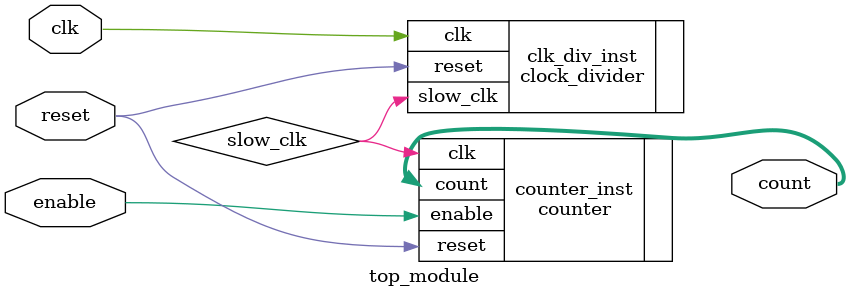
<source format=v>
module top_module (
    input clk,         // Señal de reloj de la FPGA
    input reset,       // Señal de reset
    input enable,      // Enable activo en bajo
    output [1:0] count // Conectar los LEDs a esta salida
);

    wire slow_clk;

    // Divisor de reloj para hacer más lento el conteo
    clock_divider clk_div_inst (
        .clk(clk),
        .reset(reset),
        .slow_clk(slow_clk)
    );

    // Contador controlado por enable activo en bajo
    counter counter_inst (
        .clk(slow_clk),
        .reset(reset),
        .enable(enable),   // Habilita cuando enable está en bajo
        .count(count)      // Salida del contador conectada a los LEDs
    );

endmodule

</source>
